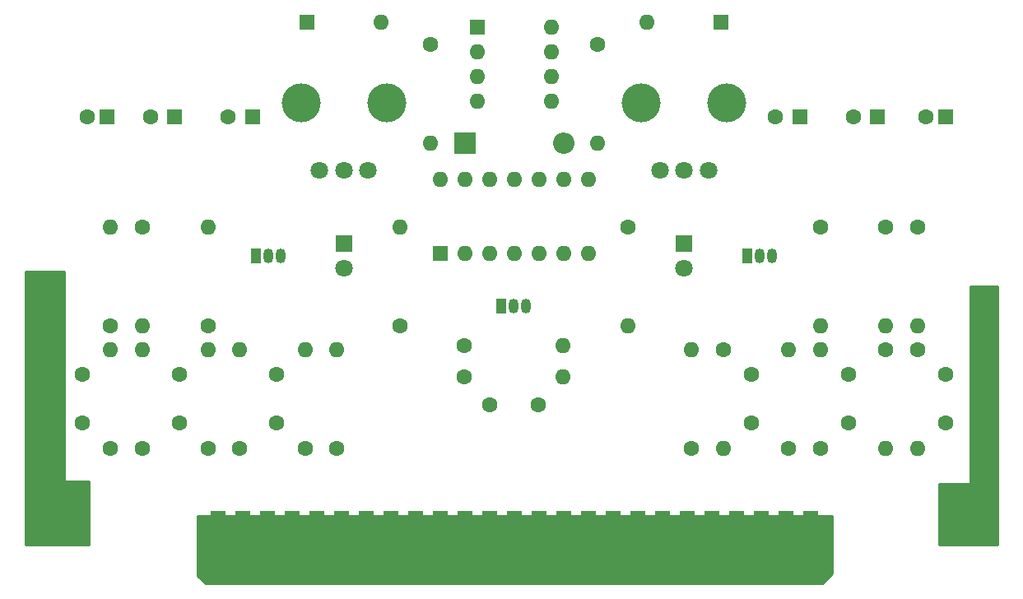
<source format=gbr>
G04 #@! TF.GenerationSoftware,KiCad,Pcbnew,(5.1.7)-1*
G04 #@! TF.CreationDate,2021-10-05T16:32:54-05:00*
G04 #@! TF.ProjectId,ConsolePedalBlueSox,436f6e73-6f6c-4655-9065-64616c426c75,rev?*
G04 #@! TF.SameCoordinates,Original*
G04 #@! TF.FileFunction,Soldermask,Bot*
G04 #@! TF.FilePolarity,Negative*
%FSLAX46Y46*%
G04 Gerber Fmt 4.6, Leading zero omitted, Abs format (unit mm)*
G04 Created by KiCad (PCBNEW (5.1.7)-1) date 2021-10-05 16:32:54*
%MOMM*%
%LPD*%
G01*
G04 APERTURE LIST*
%ADD10C,1.600000*%
%ADD11O,1.600000X1.600000*%
%ADD12R,1.800000X1.800000*%
%ADD13C,1.800000*%
%ADD14C,5.000000*%
%ADD15R,1.500000X7.000000*%
%ADD16R,1.600000X1.600000*%
%ADD17R,2.200000X2.200000*%
%ADD18O,2.200000X2.200000*%
%ADD19R,1.050000X1.500000*%
%ADD20O,1.050000X1.500000*%
%ADD21C,4.000000*%
%ADD22C,0.254000*%
%ADD23C,0.100000*%
G04 APERTURE END LIST*
D10*
G04 #@! TO.C,R21*
X127635000Y-108712000D03*
D11*
X137795000Y-108712000D03*
G04 #@! TD*
D12*
G04 #@! TO.C,D3*
X115250000Y-95000000D03*
D13*
X115250000Y-97540000D03*
G04 #@! TD*
G04 #@! TO.C,D4*
X150250000Y-97540000D03*
D12*
X150250000Y-95000000D03*
G04 #@! TD*
D14*
G04 #@! TO.C,H1*
X85350000Y-122600000D03*
G04 #@! TD*
G04 #@! TO.C,H2*
X180150000Y-122600000D03*
G04 #@! TD*
D15*
G04 #@! TO.C,J1*
X163230000Y-126000000D03*
X160690000Y-126000000D03*
X158150000Y-126000000D03*
X155610000Y-126000000D03*
X153070000Y-126000000D03*
X150530000Y-126000000D03*
X147990000Y-126000000D03*
X145450000Y-126000000D03*
X142910000Y-126000000D03*
X140370000Y-126000000D03*
X137830000Y-126000000D03*
X135290000Y-126000000D03*
X132750000Y-126000000D03*
X130210000Y-126000000D03*
X127670000Y-126000000D03*
X125130000Y-126000000D03*
X122590000Y-126000000D03*
X120050000Y-126000000D03*
X117510000Y-126000000D03*
X114970000Y-126000000D03*
X112430000Y-126000000D03*
X109890000Y-126000000D03*
X107350000Y-126000000D03*
X104810000Y-126000000D03*
X102270000Y-126000000D03*
G04 #@! TD*
D10*
G04 #@! TO.C,C1*
X88350000Y-113500000D03*
X88350000Y-108500000D03*
G04 #@! TD*
G04 #@! TO.C,C2*
X157150000Y-108500000D03*
X157150000Y-113500000D03*
G04 #@! TD*
G04 #@! TO.C,C3*
X98350000Y-108500000D03*
X98350000Y-113500000D03*
G04 #@! TD*
G04 #@! TO.C,C4*
X167650000Y-82000000D03*
D16*
X170150000Y-82000000D03*
G04 #@! TD*
D10*
G04 #@! TO.C,C5*
X108350000Y-113500000D03*
X108350000Y-108500000D03*
G04 #@! TD*
D16*
G04 #@! TO.C,C6*
X90850000Y-82000000D03*
D10*
X88850000Y-82000000D03*
G04 #@! TD*
G04 #@! TO.C,C7*
X175150000Y-82000000D03*
D16*
X177150000Y-82000000D03*
G04 #@! TD*
D10*
G04 #@! TO.C,C8*
X177150000Y-113500000D03*
X177150000Y-108500000D03*
G04 #@! TD*
G04 #@! TO.C,C9*
X167150000Y-113500000D03*
X167150000Y-108500000D03*
G04 #@! TD*
G04 #@! TO.C,C100*
X95350000Y-82000000D03*
D16*
X97850000Y-82000000D03*
G04 #@! TD*
G04 #@! TO.C,C101*
X105850000Y-82000000D03*
D10*
X103350000Y-82000000D03*
G04 #@! TD*
D16*
G04 #@! TO.C,C102*
X162150000Y-82000000D03*
D10*
X159650000Y-82000000D03*
G04 #@! TD*
G04 #@! TO.C,C103*
X130250000Y-111652000D03*
X135250000Y-111652000D03*
G04 #@! TD*
D16*
G04 #@! TO.C,D1*
X154060000Y-72250000D03*
D11*
X146440000Y-72250000D03*
G04 #@! TD*
G04 #@! TO.C,D2*
X119060000Y-72250000D03*
D16*
X111440000Y-72250000D03*
G04 #@! TD*
D17*
G04 #@! TO.C,D100*
X127670000Y-84709000D03*
D18*
X137830000Y-84709000D03*
G04 #@! TD*
D16*
G04 #@! TO.C,IC1*
X125130000Y-96000000D03*
D11*
X140370000Y-88380000D03*
X127670000Y-96000000D03*
X137830000Y-88380000D03*
X130210000Y-96000000D03*
X135290000Y-88380000D03*
X132750000Y-96000000D03*
X132750000Y-88380000D03*
X135290000Y-96000000D03*
X130210000Y-88380000D03*
X137830000Y-96000000D03*
X127670000Y-88380000D03*
X140370000Y-96000000D03*
X125130000Y-88380000D03*
G04 #@! TD*
D19*
G04 #@! TO.C,Q1*
X106230000Y-96266000D03*
D20*
X108770000Y-96266000D03*
X107500000Y-96266000D03*
G04 #@! TD*
G04 #@! TO.C,Q2*
X132715000Y-101473000D03*
X133985000Y-101473000D03*
D19*
X131445000Y-101473000D03*
G04 #@! TD*
D20*
G04 #@! TO.C,Q3*
X158020000Y-96266000D03*
X159290000Y-96266000D03*
D19*
X156750000Y-96266000D03*
G04 #@! TD*
D11*
G04 #@! TO.C,R1*
X91250000Y-105918000D03*
D10*
X91250000Y-116078000D03*
G04 #@! TD*
D11*
G04 #@! TO.C,R2*
X94500000Y-105918000D03*
D10*
X94500000Y-116078000D03*
G04 #@! TD*
G04 #@! TO.C,R3*
X101250000Y-116078000D03*
D11*
X101250000Y-105918000D03*
G04 #@! TD*
D10*
G04 #@! TO.C,R4*
X104500000Y-116078000D03*
D11*
X104500000Y-105918000D03*
G04 #@! TD*
G04 #@! TO.C,R5*
X111250000Y-105918000D03*
D10*
X111250000Y-116078000D03*
G04 #@! TD*
G04 #@! TO.C,R6*
X114500000Y-116078000D03*
D11*
X114500000Y-105918000D03*
G04 #@! TD*
G04 #@! TO.C,R7*
X151000000Y-105918000D03*
D10*
X151000000Y-116078000D03*
G04 #@! TD*
G04 #@! TO.C,R8*
X154250000Y-105918000D03*
D11*
X154250000Y-116078000D03*
G04 #@! TD*
G04 #@! TO.C,R9*
X94500000Y-103500000D03*
D10*
X94500000Y-93340000D03*
G04 #@! TD*
G04 #@! TO.C,R10*
X101250000Y-103500000D03*
D11*
X101250000Y-93340000D03*
G04 #@! TD*
G04 #@! TO.C,R11*
X141350000Y-84709000D03*
D10*
X141350000Y-74549000D03*
G04 #@! TD*
G04 #@! TO.C,R12*
X144500000Y-93340000D03*
D11*
X144500000Y-103500000D03*
G04 #@! TD*
G04 #@! TO.C,R13*
X161000000Y-105918000D03*
D10*
X161000000Y-116078000D03*
G04 #@! TD*
G04 #@! TO.C,R14*
X164250000Y-93340000D03*
D11*
X164250000Y-103500000D03*
G04 #@! TD*
G04 #@! TO.C,R15*
X174250000Y-103500000D03*
D10*
X174250000Y-93340000D03*
G04 #@! TD*
G04 #@! TO.C,R16*
X171000000Y-105918000D03*
D11*
X171000000Y-116078000D03*
G04 #@! TD*
G04 #@! TO.C,R17*
X174250000Y-116078000D03*
D10*
X174250000Y-105918000D03*
G04 #@! TD*
G04 #@! TO.C,R18*
X171000000Y-93340000D03*
D11*
X171000000Y-103500000D03*
G04 #@! TD*
D10*
G04 #@! TO.C,R19*
X164250000Y-116078000D03*
D11*
X164250000Y-105918000D03*
G04 #@! TD*
G04 #@! TO.C,R20*
X137795000Y-105537000D03*
D10*
X127635000Y-105537000D03*
G04 #@! TD*
D11*
G04 #@! TO.C,R101*
X124150000Y-84709000D03*
D10*
X124150000Y-74549000D03*
G04 #@! TD*
G04 #@! TO.C,R102*
X91250000Y-103500000D03*
D11*
X91250000Y-93340000D03*
G04 #@! TD*
D10*
G04 #@! TO.C,R103*
X121000000Y-103500000D03*
D11*
X121000000Y-93340000D03*
G04 #@! TD*
D13*
G04 #@! TO.C,RV1*
X147750000Y-87500000D03*
X150250000Y-87500000D03*
X152750000Y-87500000D03*
D21*
X145850000Y-80500000D03*
X154650000Y-80500000D03*
G04 #@! TD*
G04 #@! TO.C,RV2*
X119650000Y-80500000D03*
X110850000Y-80500000D03*
D13*
X117750000Y-87500000D03*
X115250000Y-87500000D03*
X112750000Y-87500000D03*
G04 #@! TD*
D16*
G04 #@! TO.C,U1*
X128940000Y-72771000D03*
D11*
X136560000Y-80391000D03*
X128940000Y-75311000D03*
X136560000Y-77851000D03*
X128940000Y-77851000D03*
X136560000Y-75311000D03*
X128940000Y-80391000D03*
X136560000Y-72771000D03*
G04 #@! TD*
D22*
X165480000Y-129000000D02*
X164480000Y-130000000D01*
X101020000Y-130000000D01*
X100203000Y-129183000D01*
X100203000Y-123063000D01*
X165480000Y-123063000D01*
X165480000Y-129000000D01*
D23*
G36*
X165480000Y-129000000D02*
G01*
X164480000Y-130000000D01*
X101020000Y-130000000D01*
X100203000Y-129183000D01*
X100203000Y-123063000D01*
X165480000Y-123063000D01*
X165480000Y-129000000D01*
G37*
D22*
X86487000Y-119380000D02*
X86489440Y-119404776D01*
X86496667Y-119428601D01*
X86508403Y-119450557D01*
X86524197Y-119469803D01*
X86543443Y-119485597D01*
X86565399Y-119497333D01*
X86589224Y-119504560D01*
X86614000Y-119507000D01*
X89000000Y-119507000D01*
X89000000Y-126000000D01*
X82500000Y-126000000D01*
X82500000Y-97917000D01*
X86487000Y-97917000D01*
X86487000Y-119380000D01*
D23*
G36*
X86487000Y-119380000D02*
G01*
X86489440Y-119404776D01*
X86496667Y-119428601D01*
X86508403Y-119450557D01*
X86524197Y-119469803D01*
X86543443Y-119485597D01*
X86565399Y-119497333D01*
X86589224Y-119504560D01*
X86614000Y-119507000D01*
X89000000Y-119507000D01*
X89000000Y-126000000D01*
X82500000Y-126000000D01*
X82500000Y-97917000D01*
X86487000Y-97917000D01*
X86487000Y-119380000D01*
G37*
D22*
X182499000Y-126000000D02*
X176500000Y-126000000D01*
X176500000Y-119761000D01*
X179578000Y-119761000D01*
X179602776Y-119758560D01*
X179626601Y-119751333D01*
X179648557Y-119739597D01*
X179667803Y-119723803D01*
X179683597Y-119704557D01*
X179695333Y-119682601D01*
X179702560Y-119658776D01*
X179705000Y-119634000D01*
X179705000Y-99441000D01*
X182499000Y-99441000D01*
X182499000Y-126000000D01*
D23*
G36*
X182499000Y-126000000D02*
G01*
X176500000Y-126000000D01*
X176500000Y-119761000D01*
X179578000Y-119761000D01*
X179602776Y-119758560D01*
X179626601Y-119751333D01*
X179648557Y-119739597D01*
X179667803Y-119723803D01*
X179683597Y-119704557D01*
X179695333Y-119682601D01*
X179702560Y-119658776D01*
X179705000Y-119634000D01*
X179705000Y-99441000D01*
X182499000Y-99441000D01*
X182499000Y-126000000D01*
G37*
M02*

</source>
